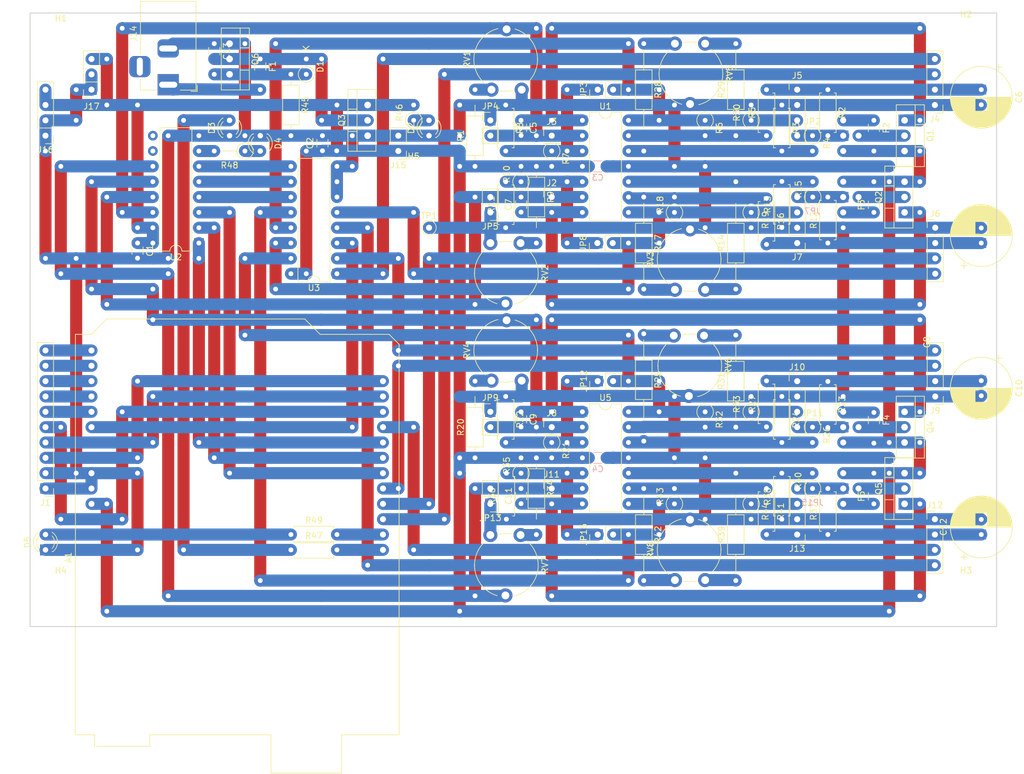
<source format=kicad_pcb>
(kicad_pcb (version 20240108) (generator "pcbnew") (generator_version "8.0")
  (layers (0 "F.Cu" signal) (31 "B.Cu" signal) (34 "B.Paste" user) (35 "F.Paste" user) (36 "B.SilkS" user "B.Silkscreen") (37 "F.SilkS" user "F.Silkscreen") (38 "B.Mask" user) (39 "F.Mask" user) (44 "Edge.Cuts" user))
  (net 0 "")
  (net 1 "GND")
  (net 2 "/ch0/N")
  (net 3 "+5V")
  (net 4 "/ch0/P")
  (net 5 "Net-(R1-Pad2)")
  (net 6 "/PWM0")
  (net 7 "/ch0/CTRL")
  (net 8 "Net-(R28-Pad1)")
  (net 9 "Net-(R29-Pad2)")
  (net 10 "/LED_B")
  (net 11 "Net-(D1-A)")
  (net 12 "/LED_R")
  (net 13 "/A_MUX")
  (net 14 "/RPI_PWM3")
  (net 15 "/RPI_FB0")
  (net 16 "/RPI_FB1")
  (net 17 "/RPI_FB2")
  (net 18 "/RPI_FB3")
  (net 19 "Net-(D1-K)")
  (net 20 "Net-(D2-A)")
  (net 21 "/RPI_PWM0")
  (net 22 "/RPI_PWM1")
  (net 23 "/RPI_PWM2")
  (net 24 "/PWM3")
  (net 25 "/STROBE")
  (net 26 "/DATA")
  (net 27 "/CLK")
  (net 28 "/PWM2")
  (net 29 "/PWM1")
  (net 30 "Net-(D3-A)")
  (net 31 "Net-(D4-A)")
  (net 32 "/LED_Y")
  (net 33 "/~{DIS0}")
  (net 34 "/ch1/CTRL")
  (net 35 "/~{DIS1}")
  (net 36 "/ch1/N")
  (net 37 "/ch2/CTRL")
  (net 38 "/~{DIS2}")
  (net 39 "/ch2/N")
  (net 40 "/ch3/CTRL")
  (net 41 "/~{DIS3}")
  (net 42 "/ch3/N")
  (net 43 "Net-(D5-A)")
  (net 44 "Net-(JP3-A)")
  (net 45 "Net-(F1-Pad2)")
  (net 46 "/MSR_I0")
  (net 47 "/MSR_I1")
  (net 48 "/MSR_I2")
  (net 49 "/MSR_I3")
  (net 51 "/ch0/P_PTC")
  (net 52 "/ch0/P_MOS")
  (net 53 "/ch1/P_PTC")
  (net 54 "/ch1/P")
  (net 55 "/ch1/P_MOS")
  (net 56 "Net-(JP8-A)")
  (net 57 "/ch2/P_PTC")
  (net 58 "/ch2/P")
  (net 59 "/ch2/P_MOS")
  (net 60 "Net-(JP12-A)")
  (net 61 "/ch3/P_PTC")
  (net 62 "/ch3/P")
  (net 63 "/ch3/P_MOS")
  (net 64 "Net-(JP16-A)")
  (net 65 "Net-(R9-Pad2)")
  (net 66 "Net-(R14-Pad1)")
  (net 67 "Net-(R17-Pad2)")
  (net 68 "Net-(R20-Pad2)")
  (net 69 "Net-(R25-Pad1)")
  (net 70 "Net-(R31-Pad2)")
  (net 71 "Net-(R34-Pad2)")
  (net 72 "Net-(R39-Pad1)")
  (net 73 "Net-(R42-Pad2)")
  (net 76 "/SEL2")
  (net 77 "/SEL1")
  (net 78 "/SEL0")
  (net 79 "/FB0")
  (net 80 "/FB2")
  (net 81 "/FB3")
  (net 82 "/FB1")
  (net 83 "/ch0/sub/P_SUB")
  (net 84 "/ch0/sub/N_SUB")
  (net 85 "/ch1/sub/P_SUB")
  (net 86 "/ch1/sub/N_SUB")
  (net 87 "/ch2/sub/P_SUB")
  (net 88 "/ch2/sub/N_SUB")
  (net 89 "/ch3/sub/P_SUB")
  (net 90 "/ch3/sub/N_SUB")
  (footprint "For_Rasterboard:C_Disc_D3.0mm_W1.6mm_P5.00mm" (layer "F.Cu") (at 167.64 104.253 -90)
    (property "Reference" "F4")
    (property "Value" "0.1A Polyfuse")
  )
  (footprint "For_Rasterboard:R_Axial_DIN0207_L6.3mm_D2.5mm_P15.24mm_Horizontal" (layer "F.Cu") (at 144.78 58.42 90)
    (property "Reference" "R29")
    (property "Value" "10k")
  )
  (footprint "For_Rasterboard:R_Axial_DIN0207_L6.3mm_D2.5mm_P12.70mm_Horizontal" (layer "F.Cu") (at 101.6 111.76 90)
    (property "Reference" "R20")
    (property "Value" "1k")
  )
  (footprint "For_Rasterboard:R_Axial_DIN0207_L6.3mm_D2.5mm_P2.54mm_Vertical" (layer "F.Cu") (at 109.22 66.04 90)
    (property "Reference" "R10")
    (property "Value" "10M")
  )
  (footprint "Connector_PinHeader_2.54mm:PinHeader_1x02_P2.54mm_Vertical" (layer "F.Cu") (at 121.92 50.8 90)
    (property "Reference" "JP3")
    (property "Value" "1x2 2.54mm male")
  )
  (footprint "For_Rasterboard:R_Axial_DIN0207_L6.3mm_D2.5mm_P7.62mm_Horizontal" (layer "F.Cu") (at 149.86 58.42 90)
    (property "Reference" "R5")
    (property "Value" "10k")
  )
  (footprint "Connector_PinHeader_2.54mm:PinHeader_1x02_P2.54mm_Vertical" (layer "F.Cu") (at 121.86 76.2 90)
    (property "Reference" "JP8")
    (property "Value" "1x2 2.54mm male")
  )
  (footprint "Connector_PinHeader_2.54mm:PinHeader_1x02_P2.54mm_Vertical" (layer "F.Cu") (at 104.14 119.38 180)
    (property "Reference" "JP13")
    (property "Value" "1x2 2.54mm male")
  )
  (footprint "Connector_PinHeader_2.54mm:PinHeader_1x04_P2.54mm_Vertical" (layer "F.Cu") (at 154.94 76.2 180)
    (property "Reference" "J7")
    (property "Value" "1x4 2.54mm male")
  )
  (footprint "Connector_PinHeader_2.54mm:PinHeader_1x02_P2.54mm_Vertical" (layer "F.Cu") (at 121.92 99.06 90)
    (property "Reference" "JP12")
    (property "Value" "1x2 2.54mm male")
  )
  (footprint "For_Rasterboard:R_Axial_DIN0207_L6.3mm_D2.5mm_P15.24mm_Horizontal" (layer "F.Cu") (at 129.54 116.84 -90)
    (property "Reference" "R42")
    (property "Value" "10k")
  )
  (footprint "Capacitor_THT:CP_Radial_D10.0mm_P2.50mm" (layer "F.Cu") (at 185.42 76.2 90)
    (property "Reference" "C8")
    (property "Value" "470U 10V")
  )
  (footprint "Local:Arduino_UNO_R3_WithMountingHoles_Snapped_to_P2.54mm_Custom_Cutted_Pins" (layer "F.Cu") (at 38.1 129.54 90)
    (property "Reference" "A1")
    (property "Value" "Arduino_UNO_R2")
  )
  (footprint "For_Rasterboard:R_Axial_DIN0207_L6.3mm_D2.5mm_P2.54mm_Vertical" (layer "F.Cu") (at 157.48 58.42 -90)
    (property "Reference" "R4")
    (property "Value" "10k")
  )
  (footprint "Connector_PinHeader_2.54mm:PinHeader_1x02_P2.54mm_Vertical" (layer "F.Cu") (at 88.9 60.96 180)
    (property "Reference" "J15")
    (property "Value" "Conn_01x02")
  )
  (footprint "For_Rasterboard:C_Disc_D3.0mm_W1.6mm_P5.00mm" (layer "F.Cu") (at 58.42 43.18 -90)
    (property "Reference" "C13")
    (property "Value" "100n")
  )
  (footprint "For_Rasterboard:R_Axial_DIN0207_L6.3mm_D2.5mm_P2.54mm_Vertical" (layer "F.Cu") (at 109.22 114.3 90)
    (property "Reference" "R35")
    (property "Value" "10M")
  )
  (footprint "For_Rasterboard:R_Axial_DIN0207_L6.3mm_D2.5mm_P7.62mm_Horizontal" (layer "F.Cu") (at 152.4 73.61 90)
    (property "Reference" "R13")
    (property "Value" "100k")
  )
  (footprint "For_Rasterboard:R_Axial_DIN0207_L6.3mm_D2.5mm_P7.62mm_Horizontal" (layer "F.Cu") (at 106.68 53.34 -90)
    (property "Reference" "R8")
    (property "Value" "100k")
  )
  (footprint "For_Rasterboard:R_Axial_DIN0207_L6.3mm_D2.5mm_P7.62mm_Horizontal" (layer "F.Cu") (at 71.12 124.46)
    (property "Reference" "R49")
    (property "Value" "330")
  )
  (footprint "Connector_PinHeader_2.54mm:PinHeader_1x10_P2.54mm_Vertical" (layer "F.Cu") (at 30.48 116.84 180)
    (property "Reference" "J1")
    (property "Value" "1x10 2.54mm male")
  )
  (footprint "Connector_BarrelJack:BarrelJack_Horizontal" (layer "F.Cu") (at 50.8 49.98 -90)
    (property "Reference" "J14")
    (property "Value" "Barrel_Jack_Switch")
  )
  (footprint "For_Rasterboard:R_Axial_DIN0207_L6.3mm_D2.5mm_P2.54mm_Vertical" (layer "F.Cu") (at 157.48 106.68 -90)
    (property "Reference" "R26")
    (property "Value" "10k")
  )
  (footprint "For_Rasterboard:C_Disc_D3.0mm_W1.6mm_P2.50mm" (layer "F.Cu") (at 109.22 71.08 90)
    (property "Reference" "C7")
    (property "Value" "10n")
  )
  (footprint "For_Rasterboard:C_Disc_D3.0mm_W1.6mm_P5.00mm" (layer "F.Cu") (at 66.04 45.72 -90)
    (property "Reference" "F1")
    (property "Value" "4A Polyfuse")
  )
  (footprint "Package_TO_SOT_THT:TO-220-3_Vertical" (layer "F.Cu") (at 172.72 119.38 90)
    (property "Reference" "Q5")
    (property "Value" "IRF4905")
  )
  (footprint "For_Rasterboard:R_Axial_DIN0207_L6.3mm_D2.5mm_P7.62mm_Horizontal" (layer "F.Cu") (at 106.68 73.66 90)
    (property "Reference" "R11")
    (property "Value" "100k")
  )
  (footprint "For_Rasterboard:R_Axial_DIN0207_L6.3mm_D2.5mm_P15.24mm_Horizontal" (layer "F.Cu") (at 129.54 68.58 -90)
    (property "Reference" "R17")
    (property "Value" "10k")
  )
  (footprint "LED_THT:LED_D3.0mm" (layer "F.Cu") (at 66.04 58.42 -90)
    (property "Reference" "D4")
    (property "Value" "Yellow")
  )
  (footprint "Package_DIP:DIP-16_W7.62mm" (layer "F.Cu") (at 78.74 81.28 180)
    (property "Reference" "U3")
    (property "Value" "CD4051B")
  )
  (footprint "Potentiometer_THT:Potentiometer_Piher_PT-10-V10_Vertical" (layer "F.Cu") (at 104.14 76.2 -90)
    (property "Reference" "RV2")
    (property "Value" "1k")
  )
  (footprint "For_Rasterboard:C_Disc_D3.0mm_W1.6mm_P2.50mm" (layer "F.Cu") (at 76.34 60.92 90)
    (property "Reference" "C2")
    (property "Value" "100n")
  )
  (footprint "LED_THT:LED_D3.0mm" (layer "F.Cu") (at 93.98 58.42 90)
    (property "Reference" "D2")
    (property "Value" "Green")
  )
  (footprint "Connector_PinHeader_2.54mm:PinHeader_1x04_P2.54mm_Vertical" (layer "F.Cu") (at 30.48 58.42 180)
    (property "Reference" "J16")
    (property "Value" "1x4 2.54mm male")
  )
  (footprint "Package_TO_SOT_THT:TO-220-3_Vertical" (layer "F.Cu") (at 172.72 71.12 90)
    (property "Reference" "Q2")
    (property "Value" "IRF4905")
  )
  (footprint "LED_THT:LED_D3.0mm" (layer "F.Cu") (at 30.48 127 90)
    (property "Reference" "D5")
    (property "Value" "Blue")
  )
  (footprint "For_Rasterboard:R_Axial_DIN0207_L6.3mm_D2.5mm_P2.54mm_Vertical" (layer "F.Cu") (at 147.32 55.88 90)
    (property "Reference" "R30")
    (property "Value" "1k")
  )
  (footprint "For_Rasterboard:R_Axial_DIN0207_L6.3mm_D2.5mm_P7.62mm_Horizontal" (layer "F.Cu") (at 152.4 53.34 -90)
    (property "Reference" "R3")
    (property "Value" "100k")
  )
  (footprint "LED_THT:LED_D3.0mm" (layer "F.Cu") (at 60.96 58.42 90)
    (property "Reference" "D3")
    (property "Value" "Red")
  )
  (footprint "For_Rasterboard:R_Axial_DIN0207_L6.3mm_D2.5mm_P17.78mm_Horizontal" (layer "F.Cu") (at 129.54 43.18 -90)
    (property "Reference" "R28")
    (property "Value" "10k")
  )
  (footprint "Potentiometer_THT:Potentiometer_Piher_PT-10-V10_Vertical" (layer "F.Cu") (at 109.33 50.8 90)
    (property "Reference" "RV1")
    (property "Value" "1k")
  )
  (footprint "For_Rasterboard:R_Axial_DIN0207_L6.3mm_D2.5mm_P7.62mm_Horizontal" (layer "F.Cu") (at 149.86 106.63 90)
    (property "Reference" "R27")
    (property "Value" "10k")
  )
  (footprint "Connector_PinSocket_2.54mm:PinSocket_1x03_P2.54mm_Vertical" (layer "F.Cu") (at 38.1 50.8 180)
    (property "Reference" "J17")
    (property "Value" "1x3 2.54mm female")
  )
  (footprint "For_Rasterboard:R_Axial_DIN0207_L6.3mm_D2.5mm_P7.62mm_Horizontal" (layer "F.Cu") (at 160.02 124.46 90)
    (property "Reference" "R37")
    (property "Value" "0.1")
  )
  (footprint "Extra_Common:Jumper4_PinHeader_1x04_P2.54mm_Vertical" (layer "F.Cu") (at 162.56 106.68)
    (property "Reference" "JP11")
    (property "Value" "Jumper_4_Bridged12")
  )
  (footprint "Connector_PinHeader_2.54mm:PinHeader_1x02_P2.54mm_Vertical" (layer "F.Cu") (at 121.92 124.46 90)
    (property "Reference" "JP16")
    (property "Value" "1x2 2.54mm male")
  )
  (footprint "Connector_PinHeader_2.54mm:PinHeader_1x01_P2.54mm_Vertical" (layer "F.Cu") (at 114.3 58.42)
    (property "Reference" "J3")
    (property "Value" "1x1 2.54mm male")
  )
  (footprint "For_Rasterboard:C_Disc_D3.0mm_W1.6mm_P2.50mm" (layer "F.Cu") (at 45.72 76.2 -90)
    (property "Reference" "C1")
    (property "Value" "100n")
  )
  (footprint "For_Rasterboard:C_Disc_D3.0mm_W1.6mm_P5.00mm" (layer "F.Cu") (at 167.64 119.38 90)
    (property "Reference" "F5")
    (property "Value" "0.1A Polyfuse")
  )
  (footprint "For_Rasterboard:R_Axial_DIN0207_L6.3mm_D2.5mm_P17.78mm_Horizontal" (layer "F.Cu") (at 144.78 83.82 90)
    (property "Reference" "R14")
    (property "Value" "10k")
  )
  (footprint "For_Rasterboard:R_Axial_DIN0207_L6.3mm_D2.5mm_P2.54mm_Vertical" (layer "F.Cu") (at 139.7 104.14 -90)
    (property "Reference" "R32")
    (property "Value" "100k")
  )
  (footprint "For_Rasterboard:R_Axial_DIN0207_L6.3mm_D2.5mm_P7.62mm_Horizontal" (layer "F.Cu") (at 160.02 99.11 -90)
    (property "Reference" "R23")
    (property "Value" "0.1")
  )
  (footprint "For_Rasterboard:C_Disc_D3.0mm_W1.6mm_P2.50mm" (layer "F.Cu") (at 109.22 119.34 90)
    (property "Reference" "C11")
    (property "Value" "10n")
  )
  (footprint "For_Rasterboard:R_Axial_DIN0207_L6.3mm_D2.5mm_P2.54mm_Vertical" (layer "F.Cu") (at 147.32 104.14 90)
    (property "Reference" "R33")
    (property "Value" "1k")
  )
  (footprint "For_Rasterboard:R_Axial_DIN0207_L6.3mm_D2.5mm_P7.62mm_Horizontal" (layer "F.Cu") (at 149.86 116.84 -90)
    (property "Reference" "R41")
    (property "Value" "10k")
  )
  (footprint "For_Rasterboard:R_Axial_DIN0207_L6.3mm_D2.5mm_P2.54mm_Vertical" (layer "F.Cu") (at 114.3 109.22 -90)
    (property "Reference" "R21")
    (property "Value" "10M")
  )
  (footprint "For_Rasterboard:R_Axial_DIN0207_L6.3mm_D2.5mm_P10.16mm_Horizontal" (layer "F.Cu") (at 71.12 48.26 -90)
    (property "Reference" "R45")
    (property "Value" "100")
  )
  (footprint "For_Rasterboard:R_Axial_DIN0207_L6.3mm_D2.5mm_P12.70mm_Horizontal" (layer "F.Cu") (at 111.76 111.76 -90)
    (property "Reference" "R34")
    (property "Value" "1k")
  )
  (footprint "Potentiometer_THT:Potentiometer_Piher_PT-10-V10_Vertical" (layer "F.Cu") (at 109.33 98.98 90)
    (property "Reference" "RV4")
    (property "Value" "1k")
  )
  (footprint "For_Rasterboard:R_Axial_DIN0207_L6.3mm_D2.5mm_P15.24mm_Horizontal" (layer "F.Cu") (at 144.78 106.68 90)
    (property "Reference" "R31")
    (property "Value" "10k")
  )
  (footprint "Capacitor_THT:CP_Radial_D10.0mm_P2.50mm" (layer "F.Cu") (at 185.42 98.98 -90)
    (property "Reference" "C10")
    (property "Value" "470U 10V")
  )
  (footprint "Connector_PinHeader_2.54mm:PinHeader_1x04_P2.54mm_Vertical" (layer "F.Cu") (at 177.8 101.6 180)
    (property "Reference" "J9")
    (property "Value" "1x4 2.54mm male")
  )
  (footprint "For_Rasterboard:R_Axial_DIN0207_L6.3mm_D2.5mm_P2.54mm_Vertical" (layer "F.Cu") (at 134.62 119.38 90)
    (property "Reference" "R43")
    (property "Value" "100k")
  )
  (footprint "Package_TO_SOT_THT:TO-220-3_Vertical" (layer "F.Cu") (at 60.96 43.18 -90)
    (property "Reference" "Q6")
    (property "Value" "BT139-600")
  )
  (footprint "Connector_PinHeader_2.54mm:PinHeader_1x01_P2.54mm_Vertical" (layer "F.Cu") (at 114.3 106.68)
    (property "Reference" "J8")
    (property "Value" "1x1 2.54mm male")
  )
  (footprint "Capacitor_THT:CP_Radial_D10.0mm_P2.50mm" (layer "F.Cu") (at 185.42 50.8 -90)
    (property "Reference" "C6")
    (property "Value" "470U 10V")
  )
  (footprint "For_Rasterboard:R_Axial_DIN0207_L6.3mm_D2.5mm_P12.70mm_Horizontal" (layer "F.Cu") (at 101.6 63.5 90)
    (property "Reference" "R1")
    (property "Value" "1k")
  )
  (footprint "For_Rasterboard:C_Disc_D3.0mm_W1.6mm_P2.50mm" (layer "F.Cu") (at 109.22 55.88 -90)
    (property "Reference" "C5")
    (property "Value" "10n")
  )
  (footprint "MountingHole:MountingHole_3.2mm_M3" (layer "F.Cu") (at 182.88 42.52)
    (property "Reference" "H2")
    (property "Value" "M3 hole")
  )
  (footprint "Connector_PinHeader_2.54mm:PinHeader_1x01_P2.54mm_Vertical" (layer "F.Cu") (at 114.3 116.84)
    (property "Reference" "J11")
    (property "Value" "1x1 2.54mm male")
  )
  (footprint "Potentiometer_THT:Potentiometer_Piher_PT-10-V10_Vertical" (layer "F.Cu") (at 104.14 124.54 -90)
    (property "Reference" "RV7")
    (property "Value" "1k")
  )
  (footprint "Package_TO_SOT_THT:TO-220-3_Vertical" (layer "F.Cu") (at 83.82 58.42 90)
    (property "Reference" "Q3")
    (property "Value" "IRF4905")
  )
  (footprint "Connector_PinHeader_2.54mm:PinHeader_1x02_P2.54mm_Vertical" (layer "F.Cu") (at 104.14 55.88)
    (property "Reference" "JP4")
    (property "Value" "1x2 2.54mm male")
  )
  (footprint "For_Rasterboard:R_Axial_DIN0207_L6.3mm_D2.5mm_P17.78mm_Horizontal" (layer "F.Cu") (at 129.54 91.21 -90)
    (property "Reference" "R25")
    (property "Value" "10k")
  )
  (footprint "Connector_PinHeader_2.54mm:PinHeader_1x04_P2.54mm_Vertical" (layer "F.Cu") (at 177.74 121.92)
    (property "Reference" "J12")
    (property "Value" "1x4 2.54mm male")
  )
  (footprint "Connector_PinHeader_2.54mm:PinHeader_1x04_P2.54mm_Vertical" (layer "F.Cu") (at 154.94 50.8)
    (property "Reference" "J5")
    (property "Value" "1x4 2.54mm male")
  )
  (footprint "For_Rasterboard:R_Axial_DIN0207_L6.3mm_D2.5mm_P5.08mm_Vertical" (layer "F.Cu") (at 63.5 60.96 180)
    (property "Reference" "R48")
    (property "Value" "330")
  )
  (footprint "MountingHole:MountingHole_3.2mm_M3" (layer "F.Cu") (at 33.02 134.62)
    (property "Reference" "H4")
    (property "Value" "M3 hole")
  )
  (footprint "Potentiometer_THT:Potentiometer_Piher_PT-10-V10_Vertical" (layer "F.Cu") (at 134.51 91.52 -90)
    (property "Reference" "RV6")
    (property "Value" "1k")
  )
  (footprint "For_Rasterboard:R_Axial_DIN0207_L6.3mm_D2.5mm_P2.54mm_Vertical" (layer "F.Cu") (at 114.3 60.96 -90)
    (property "Reference" "R7")
    (property "Value" "10M")
  )
  (footprint "MountingHole:MountingHole_3.2mm_M3" (layer "F.Cu") (at 182.88 134.62)
    (property "Reference" "H3")
    (property "Value" "M3 hole")
  )
  (footprint "Connector_PinHeader_2.54mm:PinHeader_1x02_P2.54mm_Vertical" (layer "F.Cu") (at 104.14 71.12 180)
    (property "Reference" "JP5")
    (property "Value" "1x2 2.54mm male")
  )
  (footprint "Connector_PinHeader_2.54mm:PinHeader_1x04_P2.54mm_Vertical" (layer "F.Cu") (at 154.94 124.46 180)
    (property "Reference" "J13")
    (property "Value" "1x4 2.54mm male")
  )
  (footprint "For_Rasterboard:C_Disc_D3.0mm_W1.6mm_P5.00mm" (layer "F.Cu") (at 167.64 55.88 -90)
    (property "Reference" "F2")
    (property "Value" "0.1A Polyfuse")
  )
  (footprint "Connector_PinHeader_2.54mm:PinHeader_1x04_P2.54mm_Vertical" (layer "F.Cu") (at 154.94 99.06)
    (property "Reference" "J10")
    (property "Value" "1x4 2.54mm male")
  )
  (footprint "Connector_PinHeader_2.54mm:PinHeader_1x04_P2.54mm_Vertical" (layer "F.Cu") (at 177.8 73.66)
    (property "Reference" "J6")
    (property "Value" "1x4 2.54mm male")
  )
  (footprint "MountingHole:MountingHole_3.2mm_M3" (layer "F.Cu") (at 33.02 43.18)
    (property "Reference" "H1")
    (property "Value" "M3 hole")
  )
  (footprint "Potentiometer_THT:Potentiometer_Piher_PT-10-V10_Vertical" (layer "F.Cu") (at 139.7 132 90)
    (property "Reference" "RV8")
    (property "Value" "1k")
  )
  (footprint "For_Rasterboard:R_Axial_DIN0207_L6.3mm_D2.5mm_P2.54mm_Vertical" (layer "F.Cu") (at 147.32 119.38 -90)
    (property "Reference" "R44")
    (property "Value" "1k")
  )
  (footprint "For_Rasterboard:D_DO-35_SOD27_P2.54mm_Vertical_KathodeUp" (layer "F.Cu") (at 73.66 45.72 -90)
    (property "Reference" "D1")
    (property "Value" "BZX55C-5V1")
  )
  (footprint "Connector_PinHeader_2.54mm:PinHeader_1x02_P2.54mm_Vertical" (layer "F.Cu") (at 104.14 104.14)
    (property "Reference" "JP9")
    (property "Value" "1x2 2.54mm male")
  )
  (footprint "For_Rasterboard:R_Axial_DIN0207_L6.3mm_D2.5mm_P12.70mm_Horizontal" (layer "F.Cu") (at 111.76 63.5 -90)
    (property "Reference" "R9")
    (property "Value" "1k")
  )
  (footprint "Package_TO_SOT_THT:TO-220-3_Vertical" (layer "F.Cu") (at 172.72 104.14 -90)
    (property "Reference" "Q4")
    (property "Value" "IRF4905")
  )
  (footprint "For_Rasterboard:R_Axial_DIN0207_L6.3mm_D2.5mm_P2.54mm_Vertical" (layer "F.Cu") (at 147.32 71.12 -90)
    (property "Reference" "R19")
    (property "Value" "1k")
  )
  (footprint "Connector_PinHeader_2.54mm:PinHeader_1x04_P2.54mm_Vertical" (layer "F.Cu") (at 177.74 53.34 180)
    (property "Reference" "J4")
    (property "Value" "1x4 2.54mm male")
  )
  (footprint "Extra_Common:Jumper4_PinHeader_1x04_P2.54mm_Vertical" (layer "F.Cu") (at 162.56 58.42)
    (property "Reference" "JP2")
    (property "Value" "Jumper_4_Bridged12")
  )
  (footprint "For_Rasterboard:R_Axial_DIN0207_L6.3mm_D2.5mm_P7.62mm_Horizontal" (layer "F.Cu") (at 152.4 121.92 90)
    (property "Reference" "R38")
    (property "Value" "100k")
  )
  (footprint "For_Rasterboard:R_Axial_DIN0207_L6.3mm_D2.5mm_P7.62mm_Horizontal" (layer "F.Cu") (at 160.02 76.2 90)
    (property "Reference" "R12")
    (property "Value" "0.1")
  )
  (footprint "For_Rasterboard:R_Axial_DIN0207_L6.3mm_D2.5mm_P7.62mm_Horizontal" (layer "F.Cu") (at 160.02 50.8 -90)
    (property "Reference" "R2")
    (property "Value" "0.1")
  )
  (footprint "Potentiometer_THT:Potentiometer_Piher_PT-10-V10_Vertical" (layer "F.Cu") (at 134.7 43.18 -90)
    (property "Reference" "RV5")
    (property "Value" "1k")
  )
  (footprint "For_Rasterboard:C_Disc_D3.0mm_W1.6mm_P5.00mm" (layer "F.Cu") (at 167.64 71.12 90)
    (property "Reference" "F3")
    (property "Value" "0.1A Polyfuse")
  )
  (footprint "For_Rasterboard:C_Disc_D3.0mm_W1.6mm_P2.50mm" (layer "F.Cu") (at 109.22 104.14 -90)
    (property "Reference" "C9")
    (property "Value" "10n")
  )
  (footprint "For_Rasterboard:R_Axial_DIN0207_L6.3mm_D2.5mm_P7.62mm_Horizontal" (layer "F.Cu") (at 71.12 127)
    (property "Reference" "R47")
    (property "Value" "330")
  )
  (footprint "Connector_PinHeader_2.54mm:PinHeader_1x01_P2.54mm_Vertical" (layer "F.Cu") (at 114.3 68.58)
    (property "Reference" "J2")
    (property "Value" "1x1 2.54mm male")
  )
  (footprint "Package_TO_SOT_THT:TO-220-3_Vertical" (layer "F.Cu") (at 172.72 55.88 -90)
    (property "Reference" "Q1")
    (property "Value" "IRF4905")
  )
  (footprint "TestPoint:TestPoint_THTPad_D2.0mm_Drill1.0mm" (layer "F.Cu") (at 93.98 73.66)
    (property "Reference" "TP1")
    (property "Value" "Black Large")
  )
  (footprint "Package_DIP:DIP-14_W7.62mm" (layer "F.Cu") (at 119.38 55.88)
    (property "Reference" "U1")
    (property "Value" "LM324")
  )
  (footprint "For_Rasterboard:R_Axial_DIN0207_L6.3mm_D2.5mm_P2.54mm_Vertical" (layer "F.Cu") (at 157.48 116.84 90)
    (property "Reference" "R40")
    (property "Value" "10k")
  )
  (footprint "For_Rasterboard:R_Axial_DIN0207_L6.3mm_D2.5mm_P7.62mm_Horizontal" (layer "F.Cu") (at 149.86 68.8 -90)
    (property "Reference" "R16")
    (property "Value" "10k")
  )
  (footprint "For_Rasterboard:R_Axial_DIN0207_L6.3mm_D2.5mm_P7.62mm_Horizontal" (layer "F.Cu") (at 106.79 121.92 90)
    (property "Reference" "R36")
    (property "Value" "100k")
  )
  (footprint "For_Rasterboard:R_Axial_DIN0207_L6.3mm_D2.5mm_P2.54mm_Vertical" (layer "F.Cu") (at 134.62 71.12 90)
    (property "Reference" "R18")
    (property "Value" "100k")
  )
  (footprint "For_Rasterboard:R_Axial_DIN0207_L6.3mm_D2.5mm_P2.54mm_Vertical" (layer "F.Cu") (at 139.7 55.88 -90)
    (property "Reference" "R6")
    (property "Value" "100k")
  )
  (footprint "MountingHole:MountingHole_3.2mm_M3" (layer "F.Cu") (at 91.44 66.04)
    (property "Reference" "H5")
    (property "Value" "M3 hole")
  )
  (footprint "Capacitor_THT:CP_Radial_D10.0mm_P2.50mm" (layer "F.Cu") (at 185.42 124.46 90)
    (property "Reference" "C12")
    (property "Value" "470U 10V")
  )
  (footprint "For_Rasterboard:R_Axial_DIN0207_L6.3mm_D2.5mm_P7.62mm_Horizontal" (layer "F.Cu") (at 106.68 101.6 -90)
    (property "Reference" "R22")
    (property "Value" "100k")
  )
  (footprint "Package_DIP:DIP-16_W7.62mm" (layer "F.Cu") (at 55.88 76.2 180)
    (property "Reference" "U2")
    (property "Value" "CD4094")
  )
  (footprint "Potentiometer_THT:Potentiometer_Piher_PT-10-V10_Vertical" (layer "F.Cu") (at 139.7 83.93 90)
    (property "Reference" "RV3")
    (property "Value" "1k")
  )
  (footprint "For_Rasterboard:R_Axial_DIN0207_L6.3mm_D2.5mm_P17.78mm_Horizontal" (layer "F.Cu") (at 144.78 132.08 90)
    (property "Reference" "R39")
    (property "Value" "10k")
  )
  (footprint "Package_DIP:DIP-14_W7.62mm" (layer "F.Cu") (at 119.38 104.135)
    (property "Reference" "U5")
    (property "Value" "LM324")
  )
  (footprint "For_Rasterboard:R_Axial_DIN0207_L6.3mm_D2.5mm_P2.54mm_Vertical" (layer "F.Cu") (at 157.52 68.58 90)
    (property "Reference" "R15")
    (property "Value" "10k")
  )
  (footprint "For_Rasterboard:R_Axial_DIN0207_L6.3mm_D2.5mm_P7.62mm_Horizontal" (layer "F.Cu") (at 152.4 101.6 -90)
    (property "Reference" "R24")
    (property "Value" "100k")
  )
  (footprint "For_Rasterboard:R_Axial_DIN0207_L6.3mm_D2.5mm_P2.54mm_Vertical" (layer "F.Cu") (at 91.44 55.88 90)
    (property "Reference" "R46")
    (property "Value" "330")
  )
  (footprint "Extra_Common:Jumper4_PinHeader_1x04_P2.54mm_Vertical" (layer "B.Cu") (at 162.56 68.58)
    (property "Reference" "JP7")
    (property "Value" "Jumper_4_Bridged12")
  )
  (footprint "Capacitor_SMD:C_1206_3216Metric" (layer "B.Cu") (at 121.92 111.76)
    (property "Reference" "C4")
    (property "Value" "100n")
  )
  (footprint "Capacitor_SMD:C_1206_3216Metric" (layer "B.Cu") (at 121.92 63.505)
    (property "Reference" "C3")
    (property "Value" "100n")
  )
  (footprint "Extra_Common:Jumper4_PinHeader_1x04_P2.54mm_Vertical" (layer "B.Cu") (at 162.56 116.84)
    (property "Reference" "JP15")
    (property "Value" "Jumper_4_Bridged12")
  )
  (gr_rect (start 27.94 38.1) (end 187.96 139.7) (stroke (width 0.15)) (fill none) (layer "Edge.Cuts"))
  (segment (start 45.72 127) (end 45.72 114.3) (width 2) (layer "F.Cu") (net 1))
  (segment (start 134.62 101.6) (end 134.62 111.76) (width 2) (layer "F.Cu") (net 1))
  (segment (start 162.56 73.66) (end 162.56 101.6) (width 2) (layer "F.Cu") (net 1))
  (segment (start 139.7 111.76) (end 139.7 121.92) (width 2) (layer "F.Cu") (net 1))
  (segment (start 99.06 58.42) (end 99.06 53.34) (width 2) (layer "F.Cu") (net 1))
  (segment (start 139.7 63.5) (end 139.7 73.66) (width 2) (layer "F.Cu") (net 1))
  (segment (start 35.56 50.8) (end 35.56 55.88) (width 2) (layer "F.Cu") (net 1))
  (segment (start 30.48 60.96) (end 30.48 78.74) (width 2) (layer "F.Cu") (net 1))
  (segment (start 81.28 58.42) (end 81.28 63.5) (width 2) (layer "F.Cu") (net 1))
  (segment (start 35.56 78.74) (end 35.56 114.3) (width 2) (layer "F.Cu") (net 1))
  (segment (start 50.8 58.42) (end 50.8 78.74) (width 2) (layer "F.Cu") (net 1))
  (segment (start 134.62 53.34) (end 134.62 63.5) (width 2) (layer "F.Cu") (net 1))
  (segment (start 63.5 43.18) (end 63.5 58.42) (width 2) (layer "F.Cu") (net 1))
  (via (at 99.06 58.42) (size 2) (drill 0.8) (layers "F.Cu" "B.Cu") (net 1))
  (via (at 35.56 78.74) (size 2) (drill 0.8) (layers "F.Cu" "B.Cu") (net 1))
  (via (at 35.56 114.3) (size 2) (drill 0.8) (layers "F.Cu" "B.Cu") (net 1))
  (via (at 30.48 60.96) (size 2) (drill 0.8) (layers "F.Cu" "B.Cu") (net 1))
  (via (at 139.7 73.66) (size 2) (drill 0.8) (layers "F.Cu" "B.Cu") (net 1))
  (via (at 162.56 73.66) (size 2) (drill 0.8) (layers "F.Cu" "B.Cu") (net 1))
  (via (at 162.56 101.6) (size 2) (drill 0.8) (layers "F.Cu" "B.Cu") (net 1))
  (via (at 45.72 114.3) (size 2) (drill 0.8) (layers "F.Cu" "B.Cu") (net 1))
  (via (at 81.28 63.5) (size 2) (drill 0.8) (layers "F.Cu" "B.Cu") (net 1))
  (via (at 139.7 121.92) (size 2) (drill 0.8) (layers "F.Cu" "B.Cu") (net 1))
  (via (at 50.8 78.74) (size 2) (drill 0.8) (layers "F.Cu" "B.Cu") (net 1))
  (via (at 35.56 50.8) (size 2) (drill 0.8) (layers "F.Cu" "B.Cu") (net 1))
  (via (at 63.5 58.42) (size 2) (drill 0.8) (layers "F.Cu" "B.Cu") (net 1))
  (via (at 30.48 78.74) (size 2) (drill 0.8) (layers "F.Cu" "B.Cu") (net 1))
  (via (at 134.62 101.6) (size 2) (drill 0.8) (layers "F.Cu" "B.Cu") (net 1))
  (via (at 99.06 53.34) (size 2) (drill 0.8) (layers "F.Cu" "B.Cu") (net 1))
  (via (at 134.62 53.34) (size 2) (drill 0.8) (layers "F.Cu" "B.Cu") (net 1))
  (via (at 45.72 127) (size 2) (drill 0.8) (layers "F.Cu" "B.Cu") (net 1))
  (via (at 35.56 55.88) (size 2) (drill 0.8) (layers "F.Cu" "B.Cu") (net 1))
  (via (at 134.62 63.5) (size 2) (drill 0.8) (layers "F.Cu" "B.Cu") (net 1))
  (via (at 139.7 63.5) (size 2) (drill 0.8) (layers "F.Cu" "B.Cu") (net 1))
  (via (at 81.28 58.42) (size 2) (drill 0.8) (layers "F.Cu" "B.Cu") (net 1))
  (via (at 63.5 43.18) (size 2) (drill 0.8) (layers "F.Cu" "B.Cu") (net 1))
  (via (at 50.8 58.42) (size 2) (drill 0.8) (layers "F.Cu" "B.Cu") (net 1))
  (via (at 134.62 111.76) (size 2) (drill 0.8) (layers "F.Cu" "B.Cu") (net 1))
  (via (at 139.7 111.76) (size 2) (drill 0.8) (layers "F.Cu" "B.Cu") (net 1))
  (segment (start 127 63.5) (end 124.46 63.5) (width 2) (layer "B.Cu") (net 1))
  (segment (start 99.06 101.64) (end 104.1 101.64) (width 2) (layer "B.Cu") (net 1))
  (segment (start 30.48 58.42) (end 30.48 60.96) (width 2) (layer "B.Cu") (net 1))
  (segment (start 55.88 58.42) (end 63.5 58.42) (width 2) (layer "B.Cu") (net 1))
  (segment (start 76.34 58.42) (end 78.74 58.42) (width 2) (layer "B.Cu") (net 1))
  (segment (start 30.48 127) (end 45.72 127) (width 2) (layer "B.Cu") (net 1))
  (segment (start 104.14 73.66) (end 93.98 73.66) (width 2) (layer "B.Cu") (net 1))
  (segment (start 63.5 43.18) (end 51.6 43.18) (width 2) (layer "B.Cu") (net 1))
  (segment (start 177.8 101.6) (end 185.3 101.6) (width 2) (layer "B.Cu") (net 1))
  (segment (start 38.1 116.84) (end 38.1 114.3) (width 2) (layer "B.Cu") (net 1))
  (segment (start 104.14 121.92) (end 104.14 119.38) (width 2) (layer "B.Cu") (net 1))
  (segment (start 170.175 111.755) (end 170.18 111.76) (width 2) (layer "B.Cu") (net 1))
  (segment (start 104.1 53.38) (end 104.14 53.34) (width 2) (layer "B.Cu") (net 1))
  (segment (start 81.28 63.5) (end 78.74 63.5) (width 2) (layer "B.Cu") (net 1))
  (segment (start 38.1 50.8) (end 35.56 50.8) (width 2) (layer "B.Cu") (net 1))
  (segment (start 30.48 116.84) (end 38.1 116.84) (width 2) (layer "B.Cu") (net 1))
  (segment (start 124.46 63.5) (end 123.4 63.5) (width 2) (layer "B.Cu") (net 1))
  (segment (start 104.14 71.12) (end 104.14 73.66) (width 2) (layer "B.Cu") (net 1))
  (segment (start 127 63.5) (end 170.18 63.5) (width 2) (layer "B.Cu") (net 1))
  (segment (start 48.26 78.74) (end 50.8 78.74) (width 2) (layer "B.Cu") (net 1))
  (segment (start 63.5 58.42) (end 76.2 58.42) (width 2) (layer "B.Cu") (net 1))
  (segment (start 177.74 121.92) (end 104.14 121.92) (width 2) (layer "B.Cu") (net 1))
  (segment (start 78.74 68.58) (end 78.74 63.5) (width 2) (layer "B.Cu") (net 1))
  (segment (start 177.74 121.92) (end 185.38 121.92) (width 2) (layer "B.Cu") (net 1))
  (segment (start 137.09 101.6) (end 137.01 101.52) (width 2) (layer "B.Cu") (net 1))
  (segment (start 45.72 114.3) (end 38.1 114.3) (width 2) (layer "B.Cu") (net 1))
  (segment (start 185.36 53.34) (end 106.68 53.34) (width 2) (layer "B.Cu") (net 1))
  (segment (start 177.8 73.66) (end 106.68 73.66) (width 2) (layer "B.Cu") (net 1))
  (segment (start 109.3 101.52) (end 109.22 101.6) (width 2) (layer "B.Cu") (net 1))
  (segment (start 106.68 101.6) (end 104.14 101.6) (width 2) (layer "B.Cu") (net 1))
  (segment (start 127 111.755) (end 170.175 111.755) (width 2) (layer "B.Cu") (net 1))
  (segment (start 51.6 43.18) (end 50.8 43.98) (width 2) (layer "B.Cu") (net 1))
  (segment (start 109.33 101.49) (end 109.3 101.52) (width 2) (layer "B.Cu") (net 1))
  (segment (start 30.48 114.3) (end 35.56 114.3) (width 2) (layer "B.Cu") (net 1))
  (segment (start 104.14 53.34) (end 104.14 55.88) (width 2) (layer "B.Cu") (net 1))
  (segment (start 185.3 101.6) (end 185.42 101.48) (width 2) (layer "B.Cu") (net 1))
  (segment (start 185.38 73.66) (end 185.42 73.7) (width 2) (layer "B.Cu") (net 1))
  (segment (start 48.26 78.74) (end 35.56 78.74) (width 2) (layer "B.Cu") (net 1))
  (segment (start 104.14 76.2) (end 104.14 73.66) (width 2) (layer "B.Cu") (net 1))
  (segment (start 30.48 78.74) (end 35.56 78.74) (width 2) (layer "B.Cu") (net 1))
  (segment (start 109.22 101.6) (end 106.68 101.6) (width 2) (layer "B.Cu") (net 1))
  (segment (start 109.33 53.23) (end 109.22 53.34) (width 2) (layer "B.Cu") (net 1))
  (segment (start 109.33 50.8) (end 109.33 53.23) (width 2) (layer "B.Cu") (net 1))
  (segment (start 78.74 58.42) (end 81.28 58.42) (width 2) (layer "B.Cu") (net 1))
  (segment (start 104.14 119.38) (end 104.14 124.54) (width 2) (layer "B.Cu") (net 1))
  (segment (start 35.56 55.88) (end 30.48 55.88) (width 2) (layer "B.Cu") (net 1))
  (segment (start 123.4 63.5) (end 123.395 63.505) (width 2) (layer "B.Cu") (net 1))
  (segment (start 104.14 101.6) (end 104.14 104.14) (width 2) (layer "B.Cu") (net 1))
  (segment (start 123.395 111.76) (end 124.46 111.76) (width 2) (layer "B.Cu") (net 1))
  (segment (start 99.06 53.38) (end 104.1 53.38) (width 2) (layer "B.Cu") (net 1))
  (segment (start 55.88 58.42) (end 50.8 58.42) (width 2) (layer "B.Cu") (net 1))
  (segment (start 38.1 48.26) (end 38.1 50.8) (width 2) (layer "B.Cu") (net 1))
  (segment (start 35.56 114.3) (end 38.1 114.3) (width 2) (layer "B.Cu") (net 1))
  (segment (start 81.28 58.42) (end 99.06 58.42) (width 2) (layer "B.Cu") (net 1))
  (segment (start 185.38 121.92) (end 185.42 121.96) (width 2) (layer "B.Cu") (net 1))
  (segment (start 109.33 98.98) (end 109.33 101.49) (width 2) (layer "B.Cu") (net 1))
  (segment (start 127 111.755) (end 124.465 111.755) (width 2) (layer "B.Cu") (net 1))
  (segment (start 162.56 101.6) (end 137.09 101.6) (width 2) (layer "B.Cu") (net 1))
  (segment (start 30.48 55.88) (end 30.48 58.42) (width 2) (layer "B.Cu") (net 1))
  (segment (start 177.8 101.6) (end 162.56 101.6) (width 2) (layer "B.Cu") (net 1))
  (segment (start 104.1 101.64) (end 104.14 101.6) (width 2) (layer "B.Cu") (net 1))
  (segment (start 106.68 53.34) (end 104.14 53.34) (width 2) (layer "B.Cu") (net 1))
  (segment (start 137.01 101.52) (end 109.3 101.52) (width 2) (layer "B.Cu") (net 1))
  (segment (start 177.8 73.66) (end 185.38 73.66) (width 2) (layer "B.Cu") (net 1))
  (segment (start 124.465 111.755) (end 124.46 111.76) (width 2) (layer "B.Cu") (net 1))
  (segment (start 104.14 73.66) (end 106.68 73.66) (width 2) (layer "B.Cu") (net 1))
  (segment (start 160.02 50.8) (end 149.86 50.8) (width 2) (layer "B.Cu") (net 2))
  (segment (start 160.05 50.8) (end 185.39 50.8) (width 2) (layer "B.Cu") (net 2))
  (segment (start 170.18 114.3) (end 170.18 137.16) (width 2) (layer "F.Cu") (net 3))
  (segment (start 175.26 114.3) (end 175.26 109.22) (width 2) (layer "F.Cu") (net 3))
  (segment (start 73.66 81.28) (end 73.66 60.96) (width 2) (layer "F.Cu") (net 3))
  (segment (start 40.64 137.16) (end 40.64 119.38) (width 2) (layer "F.Cu") (net 3))
  (segment (start 40.64 45.72) (end 40.64 53.34) (width 2) (layer "F.Cu") (net 3))
  (segment (start 78.74 53.34) (end 78.74 60.88) (width 2) (layer "F.Cu") (net 3))
  (segment (start 175.26 66.04) (end 175.26 60.96) (width 2) (layer "F.Cu") (net 3))
  (segment (start 78.74 60.88) (end 78.7 60.92) (width 2) (layer "F.Cu") (net 3))
  (segment (start 45.72 73.66) (end 45.72 53.34) (width 2) (layer "F.Cu") (net 3))
  (segment (start 170.18 109.22) (end 170.18 66.04) (width 2) (layer "F.Cu") (net 3))
  (segment (start 99.06 63.5) (end 99.06 111.76) (width 2) (layer "F.Cu") (net 3))
  (segment (start 99.06 114.3) (end 99.06 137.16) (width 2) (layer "F.Cu") (net 3))
  (via (at 40.64 119.38) (size 2) (drill 0.8) (layers "F.Cu" "B.Cu") (net 3))
  (via (at 99.06 63.5) (size 2) (drill 0.8) (layers "F.Cu" "B.Cu") (net 3))
  (via (at 170.18 109.22) (size 2) (drill 0.8) (layers "F.Cu" "B.Cu") (net 3))
  (via (at 99.06 111.76) (size 2) (drill 0.8) (layers "F.Cu" "B.Cu") (net 3))
  (via (at 175.26 109.22) (size 2) (drill 0.8) (layers "F.Cu" "B.Cu") (net 3))
  (via (at 175.26 66.04) (size 2) (drill 0.8) (layers "F.Cu" "B.Cu") (net 3))
  (via (at 40.64 137.16) (size 2) (drill 0.8) (layers "F.Cu" "B.Cu") (net 3))
  (via (at 45.72 73.66) (size 2) (drill 0.8) (layers "F.Cu" "B.Cu") (net 3))
  (via (at 170.18 114.3) (size 2) (drill 0.8) (layers "F.Cu" "B.Cu") (net 3))
  (via (at 78.7 60.92) (size 2) (drill 0.8) (layers "F.Cu" "B.Cu") (net 3))
  (via (at 175.26 114.3) (size 2) (drill 0.8) (layers "F.Cu" "B.Cu") (net 3))
  (via (at 40.64 53.34) (size 2) (drill 0.8) (layers "F.Cu" "B.Cu") (net 3))
  (via (at 99.06 137.16) (size 2) (drill 0.8) (layers "F.Cu" "B.Cu") (net 3))
  (via (at 73.66 60.96) (size 2) (drill 0.8) (layers "F.Cu" "B.Cu") (net 3))
  (via (at 40.64 45.72) (size 2) (drill 0.8) (layers "F.Cu" "B.Cu") (net 3))
  (via (at 170.18 137.16) (size 2) (drill 0.8) (layers "F.Cu" "B.Cu") (net 3))
  (via (at 73.66 81.28) (size 2) (drill 0.8) (layers "F.Cu" "B.Cu") (net 3))
  (via (at 78.74 53.34) (size 2) (drill 0.8) (layers "F.Cu" "B.Cu") (net 3))
  (via (at 99.06 114.3) (size 2) (drill 0.8) (layers "F.Cu" "B.Cu") (net 3))
  (via (at 175.26 60.96) (size 2) (drill 0.8) (layers "F.Cu" "B.Cu") (net 3))
  (via (at 170.18 66.04) (size 2) (drill 0.8) (layers "F.Cu" "B.Cu") (net 3))
  (via (at 45.72 53.34) (size 2) (drill 0.8) (layers "F.Cu" "B.Cu") (net 3))
  (segment (start 120.44 63.5) (end 120.445 63.505) (width 2) (layer "B.Cu") (net 3))
  (segment (start 76.2 60.96) (end 73.66 60.96) (width 2) (layer "B.Cu") (net 3))
  (segment (start 172.72 114.3) (end 162.56 114.3) (width 2) (layer "B.Cu") (net 3))
  (segment (start 30.48 53.34) (end 30.48 50.8) (width 2) (layer "B.Cu") (net 3))
  (segment (start 45.72 76.2) (end 48.26 76.2) (width 2) (layer "B.Cu") (net 3))
  (segment (start 99.06 137.16) (end 40.64 137.16) (width 2) (layer "B.Cu") (net 3))
  (segment (start 40.64 53.34) (end 30.48 53.34) (width 2) (layer "B.Cu") (net 3))
  (segment (start 45.72 53.34) (end 78.74 53.34) (width 2) (layer "B.Cu") (net 3))
  (segment (start 162.56 60.96) (end 172.72 60.96) (width 2) (layer "B.Cu") (net 3))
  (segment (start 38.1 119.38) (end 40.64 119.38) (width 2) (layer "B.Cu") (net 3))
  (segment (start 38.1 45.72) (end 40.64 45.72) (width 2) (layer "B.Cu") (net 3))
  (segment (start 119.38 111.755) (end 101.6 111.76) (width 2) (layer "B.Cu") (net 3))
  (segment (start 172.72 66.04) (end 175.26 66.04) (width 2) (layer "B.Cu") (net 3))
  (segment (start 101.6 63.5) (end 119.38 63.5) (width 2) (layer "B.Cu") (net 3))
  (segment (start 91.44 53.34) (end 83.82 53.34) (width 2) (layer "B.Cu") (net 3))
  (segment (start 101.6 63.5) (end 99.06 63.5) (width 2) (layer "B.Cu") (net 3))
  (segment (start 45.72 53.34) (end 40.64 53.34) (width 2) (layer "B.Cu") (net 3))
  (segment (start 99.06 111.76) (end 101.6 111.76) (width 2) (layer "B.Cu") (net 3))
  (segment (start 119.385 111.76) (end 119.38 111.755) (width 2) (layer "B.Cu") (net 3))
  (segment (start 119.38 63.5) (end 120.44 63.5) (width 2) (layer "B.Cu") (net 3))
  (segment (start 78.74 53.34) (end 83.82 53.34) (width 2) (layer "B.Cu") (net 3))
  (segment (start 78.7 60.92) (end 99.02 60.92) (width 2) (layer "B.Cu") (net 3))
  (segment (start 162.56 66.04) (end 170.18 66.04) (width 2) (layer "B.Cu") (net 3))
  (segment (start 48.26 73.66) (end 45.72 73.66) (width 2) (layer "B.Cu") (net 3))
  (segment (start 99.02 60.92) (end 99.06 60.96) (width 2) (layer "B.Cu") (net 3))
  (segment (start 172.72 109.22) (end 162.56 109.22) (width 2) (layer "B.Cu") (net 3))
  (segment (start 99.06 111.76) (end 99.06 114.3) (width 2) (layer "B.Cu") (net 3))
  (segment (start 170.18 137.16) (end 99.06 137.16) (width 2) (layer "B.Cu") (net 3))
  (segment (start 175.26 109.22) (end 172.72 109.22) (width 2) (layer "B.Cu") (net 3))
  (segment (start 172.72 114.3) (end 175.26 114.3) (width 2) (layer "B.Cu") (net 3))
  (segment (start 170.18 66.04) (end 172.72 66.04) (width 2) (layer "B.Cu") (net 3))
  (segment (start 71.12 81.28) (end 73.66 81.28) (width 2) (layer "B.Cu") (net 3))
  (segment (start 48.26 76.2) (end 48.26 73.66) (width 2) (layer "B.Cu") (net 3))
  (segment (start 99.06 60.96) (end 99.06 63.5) (width 2) (layer "B.Cu") (net 3))
  (segment (start 175.26 60.96) (end 172.72 60.96) (width 2) (layer "B.Cu") (net 3))
  (segment (start 76.34 60.92) (end 78.7 60.92) (width 2) (layer "B.Cu") (net 3))
  (segment (start 120.445 111.76) (end 119.385 111.76) (width 2) (layer "B.Cu") (net 3))
  (segment (start 162.56 58.42) (end 154.94 58.42) (width 2) (layer "B.Cu") (net 4))
  (segment (start 104.33 50.8) (end 101.6 50.8) (width 2) (layer "B.Cu") (net 5))
  (segment (start 96.52 121.92) (end 96.52 48.26) (width 2) (layer "F.Cu") (net 6))
  (via (at 96.52 48.26) (size 2) (drill 0.8) (layers "F.Cu" "B.Cu") (net 6))
  (via (at 96.52 121.92) (size 2) (drill 0.8) (layers "F.Cu" "B.Cu") (net 6))
  (segment (start 129.54 48.26) (end 96.52 48.26) (width 2) (layer "B.Cu") (net 6))
  (segment (start 177.74 48.26) (end 129.54 48.26) (width 2) (layer "B.Cu") (net 6))
  (segment (start 86.36 121.92) (end 96.52 121.92) (width 2) (layer "B.Cu") (net 6))
  (segment (start 175.26 55.88) (end 175.26 40.64) (width 2) (layer "F.Cu") (net 7))
  (segment (start 114.3 55.88) (end 114.3 40.64) (width 2) (layer "F.Cu") (net 7))
  (via (at 175.26 55.88) (size 2) (drill 0.8) (layers "F.Cu" "B.Cu") (net 7))
  (via (at 114.3 40.64) (size 2) (drill 0.8) (layers "F.Cu" "B.Cu") (net 7))
  (via (at 114.3 55.88) (size 2) (drill 0.8) (layers "F.Cu" "B.Cu") (net 7))
  (via (at 175.26 40.64) (size 2) (drill 0.8) (layers "F.Cu" "B.Cu") (net 7))
  (segment (start 114.3 40.64) (end 175.26 40.64) (width 2) (layer "B.Cu") (net 7))
  (segment (start 109.22 55.88) (end 114.3 55.88) (width 2) (layer "B.Cu") (net 7))
  (segment (start 172.72 55.88) (end 175.26 55.88) (width 2) (layer "B.Cu") (net 7))
  (segment (start 119.38 55.88) (end 114.3 55.88) (width 2) (layer "B.Cu") (net 7))
  (segment (start 134.7 43.18) (end 129.54 43.18) (width 2) (layer "B.Cu") (net 8))
  (segment (start 144.78 43.18) (end 139.7 43.18) (width 2) (layer "B.Cu") (net 9))
  (segment (start 86.36 124.46) (end 78.74 124.46) (width 2) (layer "B.Cu") (net 10))
  (segment (start 60.96 48.26) (end 58.42 48.26) (width 2) (layer "B.Cu") (net 11))
  (segment (start 60.96 48.26) (end 73.66 48.26) (width 2) (layer "B.Cu") (net 11))
  (segment (start 86.36 127) (end 78.74 127) (width 2) (layer "B.Cu") (net 12))
  (segment (start 81.28 106.68) (end 81.28 83.82) (width 2) (layer "F.Cu") (net 13))
  (segment (start 81.28 83.82) (end 81.28 76.2) (width 2) (layer "F.Cu") (net 13))
  (via (at 81.28 106.68) (size 2) (drill 0.8) (layers "F.Cu" "B.Cu") (net 13))
  (via (at 81.28 76.2) (size 2) (drill 0.8) (layers "F.Cu" "B.Cu") (net 13))
  (segment (start 81.28 76.2) (end 78.74 76.2) (width 2) (layer "B.Cu") (net 13))
  (segment (start 38.1 106.68) (end 81.28 106.68) (width 2) (layer "B.Cu") (net 13))
  (segment (start 30.48 104.14) (end 38.1 104.14) (width 2) (layer "B.Cu") (net 14))
  (segment (start 30.48 101.6) (end 38.1 101.6) (width 2) (layer "B.Cu") (net 15))
  (segment (start 30.48 99.06) (end 38.1 99.06) (width 2) (layer "B.Cu") (net 16))
  (segment (start 30.48 96.52) (end 38.1 96.52) (width 2) (layer "B.Cu") (net 17))
  (segment (start 30.48 93.98) (end 38.1 93.98) (width 2) (layer "B.Cu") (net 18))
  (segment (start 76.2 55.88) (end 76.2 45.72) (width 2) (layer "F.Cu") (net 19))
  (via (at 76.2 55.88) (size 2) (drill 0.8) (layers "F.Cu" "B.Cu") (net 19))
  (via (at 76.2 45.72) (size 2) (drill 0.8) (layers "F.Cu" "B.Cu") (net 19))
  (segment (start 58.42 45.72) (end 60.96 45.72) (width 2) (layer "B.Cu") (net 19))
  (segment (start 76.2 45.72) (end 73.66 45.72) (width 2) (layer "B.Cu") (net 19))
  (segment (start 60.96 45.72) (end 66.04 45.72) (width 2) (layer "B.Cu") (net 19))
  (segment (start 83.82 55.88) (end 76.2 55.88) (width 2) (layer "B.Cu") (net 19))
  (segment (start 66.04 45.72) (end 73.66 45.72) (width 2) (layer "B.Cu") (net 19))
  (segment (start 91.44 55.88) (end 93.98 55.88) (width 2) (layer "B.Cu") (net 20))
  (segment (start 45.72 111.76) (end 45.72 99.06) (width 2) (layer "F.Cu") (net 21))
  (via (at 45.72 99.06) (size 2) (drill 0.8) (layers "F.Cu" "B.Cu") (net 21))
  (via (at 45.72 111.76) (size 2) (drill 0.8) (layers "F.Cu" "B.Cu") (net 21))
  (segment (start 30.48 111.76) (end 45.72 111.76) (width 2) (layer "B.Cu") (net 21))
  (segment (start 45.72 99.06) (end 86.36 99.06) (width 2) (layer "B.Cu") (net 21))
  (segment (start 48.26 109.22) (end 48.26 101.6) (width 2) (layer "F.Cu") (net 22))
  (via (at 48.26 101.6) (size 2) (drill 0.8) (layers "F.Cu" "B.Cu") (net 22))
  (via (at 48.26 109.22) (size 2) (drill 0.8) (layers "F.Cu" "B.Cu") (net 22))
  (segment (start 30.48 109.22) (end 48.26 109.22) (width 2) (layer "B.Cu") (net 22))
  (segment (start 48.26 101.6) (end 86.36 101.6) (width 2) (layer "B.Cu") (net 22))
  (segment (start 33.02 106.68) (end 33.02 121.92) (width 2) (layer "F.Cu") (net 23))
  (segment (start 43.18 121.92) (end 43.18 104.14) (width 2) (layer "F.Cu") (net 23))
  (via (at 43.18 121.92) (size 2) (drill 0.8) (layers "F.Cu" "B.Cu") (net 23))
  (via (at 43.18 104.14) (size 2) (drill 0.8) (layers "F.Cu" "B.Cu") (net 23))
  (via (at 33.02 121.92) (size 2) (drill 0.8) (layers "F.Cu" "B.Cu") (net 23))
  (via (at 33.02 106.68) (size 2) (drill 0.8) (layers "F.Cu" "B.Cu") (net 23))
  (segment (start 33.02 121.92) (end 43.18 121.92) (width 2) (layer "B.Cu") (net 23))
  (segment (start 43.18 104.14) (end 86.36 104.14) (width 2) (layer "B.Cu") (net 23))
  (segment (start 30.48 106.68) (end 33.02 106.68) (width 2) (layer "B.Cu") (net 23))
  (segment (start 91.44 106.68) (end 91.44 127) (width 2) (layer "F.Cu") (net 24))
  (via (at 91.44 127) (size 2) (drill 0.8) (layers "F.Cu" "B.Cu") (net 24))
  (via (at 91.44 106.68) (size 2) (drill 0.8) (layers "F.Cu" "B.Cu") (net 24))
  (segment (start 86.36 106.68) (end 91.44 106.68) (width 2) (layer "B.Cu") (net 24))
  (segment (start 91.44 127) (end 177.74 127) (width 2) (layer "B.Cu") (net 24))
  (segment (start 55.88 78.74) (end 55.88 109.22) (width 2) (layer "F.Cu") (net 25))
  (via (at 55.88 78.74) (size 2) (drill 0.8) (layers "F.Cu" "B.Cu") (net 25))
  (via (at 55.88 109.22) (size 2) (drill 0.8) (layers "F.Cu" "B.Cu") (net 25))
  (segment (start 86.36 109.22) (end 55.88 109.22) (width 2) (layer "B.Cu") (net 25))
  (segment (start 55.88 76.2) (end 55.88 78.74) (width 2) (layer "B.Cu") (net 25))
  (segment (start 58.42 73.66) (end 58.42 111.76) (width 2) (layer "F.Cu") (net 26))
  (via (at 58.42 111.76) (size 2) (drill 0.8) (layers "F.Cu" "B.Cu") (net 26))
  (via (at 58.42 73.66) (size 2) (drill 0.8) (layers "F.Cu" "B.Cu") (net 26))
  (segment (start 55.88 73.66) (end 58.42 73.66) (width 2) (layer "B.Cu") (net 26))
  (segment (start 86.36 111.76) (end 58.42 111.76) (width 2) (layer "B.Cu") (net 26))
  (segment (start 60.96 71.12) (end 60.96 114.3) (width 2) (layer "F.Cu") (net 27))
  (via (at 60.96 71.12) (size 2) (drill 0.8) (layers "F.Cu" "B.Cu") (net 27))
  (via (at 60.96 114.3) (size 2) (drill 0.8) (layers "F.Cu" "B.Cu") (net 27))
  (segment (start 60.96 114.3) (end 86.36 114.3) (width 2) (layer "B.Cu") (net 27))
  (segment (start 55.88 71.12) (end 60.96 71.12) (width 2) (layer "B.Cu") (net 27))
  (segment (start 88.9 116.84) (end 88.9 96.52) (width 2) (layer "F.Cu") (net 28))
  (via (at 88.9 96.52) (size 2) (drill 0.8) (layers "F.Cu" "B.Cu") (net 28))
  (via (at 88.9 116.84) (size 2) (drill 0.8) (layers "F.Cu" "B.Cu") (net 28))
  (segment (start 177.8 96.52) (end 88.9 96.52) (width 2) (layer "B.Cu") (net 28))
  (segment (start 86.36 116.84) (end 88.9 116.84) (width 2) (layer "B.Cu") (net 28))
  (segment (start 93.98 78.74) (end 93.98 119.38) (width 2) (layer "F.Cu") (net 29))
  (via (at 93.98 119.38) (size 2) (drill 0.8) (layers "F.Cu" "B.Cu") (net 29))
  (via (at 93.98 78.74) (size 2) (drill 0.8) (layers "F.Cu" "B.Cu") (net 29))
  (segment (start 177.8 78.74) (end 121.92 78.74) (width 2) (layer "B.Cu") (net 29))
  (segment (start 121.92 78.74) (end 93.98 78.74) (width 2) (layer "B.Cu") (net 29))
  (segment (start 93.98 119.38) (end 86.36 119.38) (width 2) (layer "B.Cu") (net 29))
  (segment (start 53.34 55.88) (end 53.34 127) (width 2) (layer "F.Cu") (net 30))
  (via (at 53.34 55.88) (size 2) (drill 0.8) (layers "F.Cu" "B.Cu") (net 30))
  (via (at 53.34 127) (size 2) (drill 0.8) (layers "F.Cu" "B.Cu") (net 30))
  (segment (start 60.96 55.88) (end 53.34 55.88) (width 2) (layer "B.Cu") (net 30))
  (segment (start 53.34 127) (end 71.12 127) (width 2) (layer "B.Cu") (net 30))
  (segment (start 63.5 60.96) (end 66.04 60.96) (width 2) (layer "B.Cu") (net 31))
  (segment (start 58.42 60.96) (end 55.88 60.96) (width 2) (layer "B.Cu") (net 32))
  (segment (start 111.76 40.64) (end 111.76 58.42) (width 2) (layer "F.Cu") (net 33))
  (segment (start 43.18 40.64) (end 43.18 71.12) (width 2) (layer "F.Cu") (net 33))
  (via (at 111.76 58.42) (size 2) (drill 0.8) (layers "F.Cu" "B.Cu") (net 33))
  (via (at 43.18 71.12) (size 2) (drill 0.8) (layers "F.Cu" "B.Cu") (net 33))
  (via (at 43.18 40.64) (size 2) (drill 0.8) (layers "F.Cu" "B.Cu") (net 33))
  (via (at 111.76 40.64) (size 2) (drill 0.8) (layers "F.Cu" "B.Cu") (net 33))
  (segment (start 106.68 40.8) (end 106.605 40.875) (width 2) (layer "B.Cu") (net 33))
  (segment (start 104.14 40.64) (end 43.18 40.64) (width 2) (layer "B.Cu") (net 33))
  (segment (start 106.83 40.8) (end 106.67 40.64) (width 2) (layer "B.Cu") (net 33))
  (segment (start 106.67 40.64) (end 104.14 40.64) (width 2) (layer "B.Cu") (net 33))
  (segment (start 48.26 71.12) (end 43.18 71.12) (width 2) (layer "B.Cu") (net 33))
  (segment (start 104.14 58.42) (end 119.38 58.42) (width 2) (layer "B.Cu") (net 33))
  (segment (start 106.99 40.64) (end 106.83 40.8) (width 2) (layer "B.Cu") (net 33))
  (segment (start 111.76 40.64) (end 106.99 40.64) (width 2) (layer "B.Cu") (net 33))
  (segment (start 114.3 86.36) (end 114.3 71.12) (width 2) (layer "F.Cu") (net 34))
  (segment (start 175.26 71.12) (end 175.26 86.36) (width 2) (layer "F.Cu") (net 34))
  (via (at 175.26 71.12) (size 2) (drill 0.8) (layers "F.Cu" "B.Cu") (net 34))
  (via (at 114.3 71.12) (size 2) (drill 0.8) (layers "F.Cu" "B.Cu") (net 34))
  (via (at 114.3 86.36) (size 2) (drill 0.8) (layers "F.Cu" "B.Cu") (net 34))
  (via (at 175.26 86.36) (size 2) (drill 0.8) (layers "F.Cu" "B.Cu") (net 34))
  (segment (start 175.26 86.36) (end 114.3 86.36) (width 2) (layer "B.Cu") (net 34))
  (segment (start 172.72 71.12) (end 175.26 71.12) (width 2) (layer "B.Cu") (net 34))
  (segment (start 119.34 71.08) (end 119.38 71.12) (width 2) (layer "B.Cu") (net 34))
  (segment (start 109.22 71.08) (end 119.34 71.08) (width 2) (layer "B.Cu") (net 34))
  (segment (start 101.6 86.04) (end 101.6 68.58) (width 2) (layer "F.Cu") (net 35))
  (segment (start 40.64 68.58) (end 40.64 86.36) (width 2) (layer "F.Cu") (net 35))
  (via (at 40.64 68.58) (size 2) (drill 0.8) (layers "F.Cu" "B.Cu") (net 35))
  (via (at 101.6 68.58) (size 2) (drill 0.8) (layers "F.Cu" "B.Cu") (net 35))
  (via (at 101.6 86.36) (size 2) (drill 0.8) (layers "F.Cu" "B.Cu") (net 35))
  (via (at 40.64 86.36) (size 2) (drill 0.8) (layers "F.Cu" "B.Cu") (net 35))
  (segment (start 101.6 86.36) (end 106.48 86.36) (width 2) (layer "B.Cu") (net 35))
  (segment (start 106.48 86.36) (end 106.64 86.2) (width 2) (layer "B.Cu") (net 35))
  (segment (start 48.26 68.58) (end 40.64 68.58) (width 2) (layer "B.Cu") (net 35))
  (segment (start 99.06 68.58) (end 119.38 68.58) (width 2) (layer "B.Cu") (net 35))
  (segment (start 101.6 86.36) (end 40.64 86.36) (width 2) (layer "B.Cu") (net 35))
  (segment (start 177.8 76.2) (end 185.42 76.2) (width 2) (layer "B.Cu") (net 36))
  (segment (start 150.08 76.2) (end 149.86 76.42) (width 2) (layer "B.Cu") (net 36))
  (segment (start 160.02 76.2) (end 150.08 76.2) (width 2) (layer "B.Cu") (net 36))
  (segment (start 160.02 76.2) (end 177.8 76.2) (width 2) (layer "B.Cu") (net 36))
  (segment (start 175.26 104.14) (end 175.26 88.9) (width 2) (layer "F.Cu") (net 37))
  (segment (start 114.3 88.9) (end 114.3 104.14) (width 2) (layer "F.Cu") (net 37))
  (via (at 114.3 88.9) (size 2) (drill 0.8) (layers "F.Cu" "B.Cu") (net 37))
  (via (at 175.26 88.9) (size 2) (drill 0.8) (layers "F.Cu" "B.Cu") (net 37))
  (via (at 114.3 104.14) (size 2) (drill 0.8) (layers "F.Cu" "B.Cu") (net 37))
  (via (at 175.26 104.14) (size 2) (drill 0.8) (layers "F.Cu" "B.Cu") (net 37))
  (segment (start 172.72 104.14) (end 175.26 104.14) (width 2) (layer "B.Cu") (net 37))
  (segment (start 119.375 104.14) (end 119.38 104.135) (width 2) (layer "B.Cu") (net 37))
  (segment (start 114.3 104.14) (end 119.375 104.14) (width 2) (layer "B.Cu") (net 37))
  (segment (start 109.22 104.14) (end 114.3 104.14) (width 2) (layer "B.Cu") (net 37))
  (segment (start 175.26 88.9) (end 114.3 88.9) (width 2) (layer "B.Cu") (net 37))
  (segment (start 111.76 88.9) (end 111.76 106.68) (width 2) (layer "F.Cu") (net 38))
  (segment (start 48.26 88.9) (end 48.26 83.82) (width 2) (layer "F.Cu") (net 38))
  (segment (start 38.1 66.04) (end 38.1 83.82) (width 2) (layer "F.Cu") (net 38))
  (via (at 38.1 66.04) (size 2) (drill 0.8) (layers "F.Cu" "B.Cu") (net 38))
  (via (at 38.1 83.82) (size 2) (drill 0.8) (layers "F.Cu" "B.Cu") (net 38))
  (via (at 48.26 88.9) (size 2) (drill 0.8) (layers "F.Cu" "B.Cu") (net 38))
  (via (at 111.76 88.9) (size 2) (drill 0.8) (layers "F.Cu" "B.Cu") (net 38))
  (via (at 48.26 83.82) (size 2) (drill 0.8) (layers "F.Cu" "B.Cu") (net 38))
  (via (at 111.76 106.68) (size 2) (drill 0.8) (layers "F.Cu" "B.Cu") (net 38))
  (segment (start 76.2 88.9) (end 48.26 88.9) (width 2) (layer "B.Cu") (net 38))
  (segment (start 93.98 88.9) (end 76.2 88.9) (width 2) (layer "B.Cu") (net 38))
  (segment (start 111.68 88.98) (end 111.76 88.9) (width 2) (layer "B.Cu") (net 38))
  (segment (start 114.3 106.68) (end 119.38 106.68) (width 2) (layer "B.Cu") (net 38))
  (segment (start 104.14 106.68) (end 114.3 106.68) (width 2) (layer "B.Cu") (net 38))
  (segment (start 48.26 66.04) (end 38.1 66.04) (width 2) (layer "B.Cu") (net 38))
  (segment (start 106.83 88.98) (end 94.06 88.98) (width 2) (layer "B.Cu") (net 38))
  (segment (start 119.38 106.68) (end 119.38 106.675) (width 2) (layer "B.Cu") (net 38))
  (segment (start 38.1 83.82) (end 48.26 83.82) (width 2) (layer "B.Cu") (net 38))
  (segment (start 94.06 88.98) (end 93.98 88.9) (width 2) (layer "B.Cu") (net 38))
  (segment (start 106.83 88.98) (end 111.68 88.98) (width 2) (layer "B.Cu") (net 38))
  (segment (start 185.34 99.06) (end 185.42 98.98) (width 2) (layer "B.Cu") (net 39))
  (segment (start 177.8 99.06) (end 149.91 99.06) (width 2) (layer "B.Cu") (net 39))
  (segment (start 177.8 99.06) (end 185.34 99.06) (width 2) (layer "B.Cu") (net 39))
  (segment (start 149.91 99.06) (end 149.86 99.01) (width 2) (layer "B.Cu") (net 39))
  (segment (start 114.3 134.62) (end 114.3 119.38) (width 2) (layer "F.Cu") (net 40))
  (segment (start 175.26 119.38) (end 175.26 134.62) (width 2) (layer "F.Cu") (net 40))
  (via (at 175.26 119.38) (size 2) (drill 0.8) (layers "F.Cu" "B.Cu") (net 40))
  (via (at 175.26 134.62) (size 2) (drill 0.8) (layers "F.Cu" "B.Cu") (net 40))
  (via (at 114.3 134.62) (size 2) (drill 0.8) (layers "F.Cu" "B.Cu") (net 40))
  (via (at 114.3 119.38) (size 2) (drill 0.8) (layers "F.Cu" "B.Cu") (net 40))
  (segment (start 172.72 119.38) (end 175.26 119.38) (width 2) (layer "B.Cu") (net 40))
  (segment (start 109.22 119.34) (end 119.34 119.34) (width 2) (layer "B.Cu") (net 40))
  (segment (start 114.3 119.38) (end 116.84 119.38) (width 2) (layer "B.Cu") (net 40))
  (segment (start 175.26 134.62) (end 114.3 134.62) (width 2) (layer "B.Cu") (net 40))
  (segment (start 101.6 134.62) (end 101.6 116.84) (width 2) (layer "F.Cu") (net 41))
  (segment (start 33.02 63.5) (end 33.02 81.28) (width 2) (layer "F.Cu") (net 41))
  (segment (start 50.8 134.62) (end 50.8 81.28) (width 2) (layer "F.Cu") (net 41))
  (via (at 50.8 81.28) (size 2) (drill 0.8) (layers "F.Cu" "B.Cu") (net 41))
  (via (at 33.02 63.5) (size 2) (drill 0.8) (layers "F.Cu" "B.Cu") (net 41))
  (via (at 101.6 134.62) (size 2) (drill 0.8) (layers "F.Cu" "B.Cu") (net 41))
  (via (at 50.8 134.62) (size 2) (drill 0.8) (layers "F.Cu" "B.Cu") (net 41))
  (via (at 33.02 81.28) (size 2) (drill 0.8) (layers "F.Cu" "B.Cu") (net 41))
  (via (at 101.6 116.84) (size 2) (drill 0.8) (layers "F.Cu" "B.Cu") (net 41))
  (segment (start 106.56 134.62) (end 106.64 134.54) (width 2) (layer "B.Cu") (net 41))
  (segment (start 101.6 134.62) (end 106.56 134.62) (width 2) (layer "B.Cu") (net 41))
  (segment (start 104.14 116.84) (end 101.6 116.84) (width 2) (layer "B.Cu") (net 41))
  (segment (start 48.26 63.5) (end 33.02 63.5) (width 2) (layer "B.Cu") (net 41))
  (segment (start 33.02 81.28) (end 50.8 81.28) (width 2) (layer "B.Cu") (net 41))
  (segment (start 104.145 116.835) (end 104.14 116.84) (width 2) (layer "B.Cu") (net 41))
  (segment (start 119.38 116.835) (end 104.145 116.835) (width 2) (layer "B.Cu") (net 41))
  (segment (start 76.2 134.62) (end 50.8 134.62) (width 2) (layer "B.Cu") (net 41))
  (segment (start 101.6 134.62) (end 76.2 134.62) (width 2) (layer "B.Cu") (net 41))
  (segment (start 177.74 124.46) (end 149.86 124.46) (width 2) (layer "B.Cu") (net 42))
  (segment (start 177.74 124.46) (end 185.42 124.46) (width 2) (layer "B.Cu") (net 42))
  (segment (start 71.12 124.46) (end 30.48 124.46) (width 2) (layer "B.Cu") (net 43))
  (segment (start 116.84 50.8) (end 116.84 60.96) (width 2) (layer "F.Cu") (net 44))
  (via (at 116.84 50.8) (size 2) (drill 0.8) (layers "F.Cu" "B.Cu") (net 44))
  (via (at 116.84 60.96) (size 2) (drill 0.8) (layers "F.Cu" "B.Cu") (net 44))
  (segment (start 121.92 50.8) (end 116.84 50.8) (width 2) (layer "B.Cu") (net 44))
  (segment (start 116.84 60.96) (end 119.38 60.96) (width 2) (layer "B.Cu") (net 44))
  (segment (start 106.68 60.96) (end 116.84 60.96) (width 2) (layer "B.Cu") (net 44))
  (segment (start 51.54 50.72) (end 50.8 49.98) (width 2) (layer "B.Cu") (net 45))
  (segment (start 51.62 50.8) (end 50.8 49.98) (width 2) (layer "B.Cu") (net 45))
  (segment (start 66.04 50.8) (end 51.54 50.72) (width 2) (layer "B.Cu") (net 45))
  (segment (start 127 50.8) (end 127 43.18) (width 2) (layer "F.Cu") (net 46))
  (segment (start 68.58 43.18) (end 68.58 73.66) (width 2) (layer "F.Cu") (net 46))
  (segment (start 132.08 50.8) (end 132.08 55.88) (width 2) (layer "F.Cu") (net 46))
  (via (at 127 50.8) (size 2) (drill 0.8) (layers "F.Cu" "B.Cu") (net 46))
  (via (at 132.08 55.88) (size 2) (drill 0.8) (layers "F.Cu" "B.Cu") (net 46))
  (via (at 127 43.18) (size 2) (drill 0.8) (layers "F.Cu" "B.Cu") (net 46))
  (via (at 132.08 50.8) (size 2) (drill 0.8) (layers "F.Cu" "B.Cu") (net 46))
  (via (at 68.58 43.18) (size 2) (drill 0.8) (layers "F.Cu" "B.Cu") (net 46))
  (via (at 68.58 73.66) (size 2) (drill 0.8) (layers "F.Cu" "B.Cu") (net 46))
  (segment (start 132.08 55.88) (end 127 55.88) (width 2) (layer "B.Cu") (net 46))
  (segment (start 124.46 50.8) (end 132.08 50.8) (width 2) (layer "B.Cu") (net 46))
  (segment (start 93.98 43.18) (end 68.58 43.18) (width 2) (layer "B.Cu") (net 46))
  (segment (start 154.94 55.88) (end 132.08 55.88) (width 2) (layer "B.Cu") (net 46))
  (segment (start 127 43.18) (end 93.98 43.18) (width 2) (layer "B.Cu") (net 46))
  (segment (start 68.58 73.66) (end 71.12 73.66) (width 2) (layer "B.Cu") (net 46))
  (segment (start 127 76.2) (end 127 83.82) (width 2) (layer "F.Cu") (net 47))
  (segment (start 132.08 76.2) (end 132.08 71.12) (width 2) (layer "F.Cu") (net 47))
  (segment (start 68.58 76.2) (end 68.58 83.82) (width 2) (layer "F.Cu") (net 47))
  (via (at 68.58 76.2) (size 2) (drill 0.8) (layers "F.Cu" "B.Cu") (net 47))
  (via (at 127 76.2) (size 2) (drill 0.8) (layers "F.Cu" "B.Cu") (net 47))
  (via (at 132.08 71.12) (size 2) (drill 0.8) (layers "F.Cu" "B.Cu") (net 47))
  (via (at 68.58 83.82) (size 2) (drill 0.8) (layers "F.Cu" "B.Cu") (net 47))
  (via (at 127 83.82) (size 2) (drill 0.8) (layers "F.Cu" "B.Cu") (net 47))
  (via (at 132.08 76.2) (size 2) (drill 0.8) (layers "F.Cu" "B.Cu") (net 47))
  (segment (start 154.94 71.12) (end 132.08 71.12) (width 2) (layer "B.Cu") (net 47))
  (segment (start 132.08 71.12) (end 127 71.12) (width 2) (layer "B.Cu") (net 47))
  (segment (start 71.12 76.2) (end 68.58 76.2) (width 2) (layer "B.Cu") (net 47))
  (segment (start 124.4 76.2) (end 132.08 76.2) (width 2) (layer "B.Cu") (net 47))
  (segment (start 127 83.82) (end 68.58 83.82) (width 2) (layer "B.Cu") (net 47))
  (segment (start 63.5 78.74) (end 63.5 91.44) (width 2) (layer "F.Cu") (net 48))
  (segment (start 127 99.06) (end 127 91.44) (width 2) (layer "F.Cu") (net 48))
  (segment (start 132.08 99.06) (end 132.08 104.14) (width 2) (layer "F.Cu") (net 48))
  (via (at 132.08 104.14) (size 2) (drill 0.8) (layers "F.Cu" "B.Cu") (net 48))
  (via (at 127 91.44) (size 2) (drill 0.8) (layers "F.Cu" "B.Cu") (net 48))
  (via (at 127 99.06) (size 2) (drill 0.8) (layers "F.Cu" "B.Cu") (net 48))
  (via (at 132.08 99.06) (size 2) (drill 0.8) (layers "F.Cu" "B.Cu") (net 48))
  (via (at 63.5 91.44) (size 2) (drill 0.8) (layers "F.Cu" "B.Cu") (net 48))
  (via (at 63.5 78.74) (size 2) (drill 0.8) (layers "F.Cu" "B.Cu") (net 48))
  (segment (start 124.46 99.06) (end 132.08 99.06) (width 2) (layer "B.Cu") (net 48))
  (segment (start 132.08 104.14) (end 139.7 104.14) (width 2) (layer "B.Cu") (net 48))
  (segment (start 132.075 104.135) (end 132.08 104.14) (width 2) (layer "B.Cu") (net 48))
  (segment (start 71.12 78.74) (end 63.5 78.74) (width 2) (layer "B.Cu") (net 48))
  (segment (start 63.5 91.44) (end 127 91.44) (width 2) (layer "B.Cu") (net 48))
  (segment (start 154.94 104.14) (end 139.7 104.14) (width 2) (layer "B.Cu") (net 48))
  (segment (start 127 104.135) (end 132.075 104.135) (width 2) (layer "B.Cu") (net 48))
  (segment (start 66.04 71.12) (end 66.04 132.08) (width 2) (layer "F.Cu") (net 49))
  (segment (start 132.08 124.46) (end 132.08 119.38) (width 2) (layer "F.Cu") (net 49))
  (segment (start 127 124.46) (end 127 132.08) (width 2) (layer "F.Cu") (net 49))
  (via (at 127 132.08) (size 2) (drill 0.8) (layers "F.Cu" "B.Cu") (net 49))
  (via (at 132.08 124.46) (size 2) (drill 0.8) (layers "F.Cu" "B.Cu") (net 49))
  (via (at 127 124.46) (size 2) (drill 0.8) (layers "F.Cu" "B.Cu") (net 49))
  (via (at 132.08 119.38) (size 2) (drill 0.8) (layers "F.Cu" "B.Cu") (net 49))
  (via (at 66.04 132.08) (size 2) (drill 0.8) (layers "F.Cu" "B.Cu") (net 49))
  (via (at 66.04 71.12) (size 2) (drill 0.8) (layers "F.Cu" "B.Cu") (net 49))
  (segment (start 66.04 132.08) (end 127 132.08) (width 2) (layer "B.Cu") (net 49))
  (segment (start 71.12 71.12) (end 66.04 71.12) (width 2) (layer "B.Cu") (net 49))
  (segment (start 154.94 119.38) (end 127 119.38) (width 2) (layer "B.Cu") (net 49))
  (segment (start 124.46 124.46) (end 132.08 124.46) (width 2) (layer "B.Cu") (net 49))
  (segment (start 162.56 55.88) (end 167.64 55.88) (width 2) (layer "B.Cu") (net 51))
  (segment (start 172.72 58.42) (end 165.1 58.42) (width 2) (layer "B.Cu") (net 52))
  (segment (start 167.64 71.12) (end 162.56 71.12) (width 2) (layer "B.Cu") (net 53))
  (segment (start 162.56 68.58) (end 154.94 68.58) (width 2) (layer "B.Cu") (net 54))
  (segment (start 172.72 68.58) (end 165.1 68.58) (width 2) (layer "B.Cu") (net 55))
  (segment (start 116.84 76.2) (end 116.84 66.04) (width 2) (layer "F.Cu") (net 56))
  (via (at 116.84 66.04) (size 2) (drill 0.8) (layers "F.Cu" "B.Cu") (net 56))
  (via (at 116.84 76.2) (size 2) (drill 0.8) (layers "F.Cu" "B.Cu") (net 56))
  (segment (start 121.86 76.2) (end 116.84 76.2) (width 2) (layer "B.Cu") (net 56))
  (segment (start 106.68 66.04) (end 116.84 66.04) (width 2) (layer "B.Cu") (net 56))
  (segment (start 116.84 66.04) (end 119.38 66.04) (width 2) (layer "B.Cu") (net 56))
  (segment (start 162.673 104.253) (end 162.56 104.14) (width 2) (layer "B.Cu") (net 57))
  (segment (start 167.64 104.253) (end 162.673 104.253) (width 2) (layer "B.Cu") (net 57))
  (segment (start 162.56 106.68) (end 154.94 106.68) (width 2) (layer "B.Cu") (net 58))
  (segment (start 172.72 106.68) (end 165.1 106.68) (width 2) (layer "B.Cu") (net 59))
  (segment (start 116.84 109.22) (end 116.84 99.06) (width 2) (layer "F.Cu") (net 60))
  (via (at 116.84 99.06) (size 2) (drill 0.8) (layers "F.Cu" "B.Cu") (net 60))
  (via (at 116.84 109.22) (size 2) (drill 0.8) (layers "F.Cu" "B.Cu") (net 60))
  (segment (start 106.68 109.22) (end 116.84 109.22) (width 2) (layer "B.Cu") (net 60))
  (segment (start 119.375 109.22) (end 119.38 109.215) (width 2) (layer "B.Cu") (net 60))
  (segment (start 116.84 99.06) (end 121.92 99.06) (width 2) (layer "B.Cu") (net 60))
  (segment (start 116.84 109.22) (end 119.375 109.22) (width 2) (layer "B.Cu") (net 60))
  (segment (start 167.64 119.38) (end 162.56 119.38) (width 2) (layer "B.Cu") (net 61))
  (segment (start 162.56 116.84) (end 154.94 116.84) (width 2) (layer "B.Cu") (net 62))
  (segment (start 172.72 116.84) (end 165.1 116.84) (width 2) (layer "B.Cu") (net 63))
  (segment (start 116.84 124.46) (end 116.84 114.3) (width 2) (layer "F.Cu") (net 64))
  (via (at 116.84 114.3) (size 2) (drill 0.8) (layers "F.Cu" "B.Cu") (net 64))
  (via (at 116.84 124.46) (size 2) (drill 0.8) (layers "F.Cu" "B.Cu") (net 64))
  (segment (start 121.92 124.46) (end 116.84 124.46) (width 2) (layer "B.Cu") (net 64))
  (segment (start 116.84 114.3) (end 119.375 114.3) (width 2) (layer "B.Cu") (net 64))
  (segment (start 116.84 114.3) (end 106.79 114.3) (width 2) (layer "B.Cu") (net 64))
  (segment (start 119.375 114.3) (end 119.38 114.295) (width 2) (layer "B.Cu") (net 64))
  (segment (start 111.76 76.2) (end 109.14 76.2) (width 2) (layer "B.Cu") (net 65))
  (segment (start 139.81 83.82) (end 139.7 83.93) (width 2) (layer "B.Cu") (net 66))
  (segment (start 144.78 83.82) (end 139.81 83.82) (width 2) (layer "B.Cu") (net 66))
  (segment (start 129.65 83.93) (end 129.54 83.82) (width 2) (layer "B.Cu") (net 67))
  (segment (start 134.7 83.93) (end 129.65 83.93) (width 2) (layer "B.Cu") (net 67))
  (segment (start 104.33 98.98) (end 101.68 98.98) (width 2) (layer "B.Cu") (net 68))
  (segment (start 101.68 98.98) (end 101.6 99.06) (width 2) (layer "B.Cu") (net 68))
  (segment (start 129.54 91.44) (end 129.62 91.52) (width 2) (layer "B.Cu") (net 69))
  (segment (start 134.51 91.52) (end 129.62 91.52) (width 2) (layer "B.Cu") (net 69))
  (segment (start 144.7 91.52) (end 144.78 91.44) (width 2) (layer "B.Cu") (net 70))
  (segment (start 139.51 91.52) (end 144.7 91.52) (width 2) (layer "B.Cu") (net 70))
  (segment (start 109.14 124.54) (end 111.68 124.54) (width 2) (layer "B.Cu") (net 71))
  (segment (start 111.68 124.54) (end 111.76 124.46) (width 2) (layer "B.Cu") (net 71))
  (segment (start 139.7 132) (end 144.7 132) (width 2) (layer "B.Cu") (net 72))
  (segment (start 144.7 132) (end 144.78 132.08) (width 2) (layer "B.Cu") (net 72))
  (segment (start 134.7 132) (end 129.62 132) (width 2) (layer "B.Cu") (net 73))
  (segment (start 129.62 132) (end 129.54 132.08) (width 2) (layer "B.Cu") (net 73))
  (segment (start 55.88 63.5) (end 71.12 63.5) (width 2) (layer "B.Cu") (net 76))
  (segment (start 71.12 66.04) (end 55.88 66.04) (width 2) (layer "B.Cu") (net 77))
  (segment (start 55.88 68.58) (end 71.12 68.58) (width 2) (layer "B.Cu") (net 78))
  (segment (start 86.36 81.28) (end 86.36 45.72) (width 2) (layer "F.Cu") (net 79))
  (via (at 86.36 45.72) (size 2) (drill 0.8) (layers "F.Cu" "B.Cu") (net 79))
  (via (at 86.36 81.28) (size 2) (drill 0.8) (layers "F.Cu" "B.Cu") (net 79))
  (segment (start 86.36 45.72) (end 177.74 45.72) (width 2) (layer "B.Cu") (net 79))
  (segment (start 78.74 81.28) (end 86.36 81.28) (width 2) (layer "B.Cu") (net 79))
  (segment (start 88.9 78.74) (end 88.9 93.98) (width 2) (layer "F.Cu") (net 80))
  (via (at 88.9 93.98) (size 2) (drill 0.8) (layers "F.Cu" "B.Cu") (net 80))
  (via (at 88.9 78.74) (size 2) (drill 0.8) (layers "F.Cu" "B.Cu") (net 80))
  (segment (start 78.74 78.74) (end 88.9 78.74) (width 2) (layer "B.Cu") (net 80))
  (segment (start 88.9 93.98) (end 177.8 93.98) (width 2) (layer "B.Cu") (net 80))
  (segment (start 83.82 129.54) (end 83.82 73.66) (width 2) (layer "F.Cu") (net 81))
  (via (at 83.82 129.54) (size 2) (drill 0.8) (layers "F.Cu" "B.Cu") (net 81))
  (via (at 83.82 73.66) (size 2) (drill 0.8) (layers "F.Cu" "B.Cu") (net 81))
  (segment (start 83.82 73.66) (end 78.74 73.66) (width 2) (layer "B.Cu") (net 81))
  (segment (start 177.74 129.54) (end 121.92 129.54) (width 2) (layer "B.Cu") (net 81))
  (segment (start 116.84 129.54) (end 93.98 129.54) (width 2) (layer "B.Cu") (net 81))
  (segment (start 121.92 129.54) (end 116.84 129.54) (width 2) (layer "B.Cu") (net 81))
  (segment (start 93.98 129.54) (end 83.82 129.54) (width 2) (layer "B.Cu") (net 81))
  (segment (start 91.44 71.12) (end 91.44 81.28) (width 2) (layer "F.Cu") (net 82))
  (via (at 91.44 81.28) (size 2) (drill 0.8) (layers "F.Cu" "B.Cu") (net 82))
  (via (at 91.44 71.12) (size 2) (drill 0.8) (layers "F.Cu" "B.Cu") (net 82))
  (segment (start 177.8 81.28) (end 91.44 81.28) (width 2) (layer "B.Cu") (net 82))
  (segment (start 78.74 71.12) (end 91.44 71.12) (width 2) (layer "B.Cu") (net 82))
  (segment (start 157.48 60.96) (end 152.4 60.96) (width 2) (layer "B.Cu") (net 83))
  (segment (start 152.4 60.96) (end 127 60.96) (width 2) (layer "B.Cu") (net 83))
  (segment (start 149.86 58.42) (end 127 58.42) (width 2) (layer "B.Cu") (net 84))
  (segment (start 127 66.04) (end 157.52 66.04) (width 2) (layer "B.Cu") (net 85))
  (segment (start 127.22 68.8) (end 127 68.58) (width 2) (layer "B.Cu") (net 86))
  (segment (start 149.86 68.8) (end 127.22 68.8) (width 2) (layer "B.Cu") (net 86))
  (segment (start 129.77 109.22) (end 129.54 108.99) (width 2) (layer "B.Cu") (net 87))
  (segment (start 129.315 109.215) (end 129.54 108.99) (width 2) (layer "B.Cu") (net 87))
  (segment (start 127 109.215) (end 129.315 109.215) (width 2) (layer "B.Cu") (net 87))
  (segment (start 157.48 109.22) (end 129.77 109.22) (width 2) (layer "B.Cu") (net 87))
  (segment (start 129.545 106.675) (end 129.59 106.63) (width 2) (layer "B.Cu") (net 88))
  (segment (start 127 106.675) (end 129.545 106.675) (width 2) (layer "B.Cu") (net 88))
  (segment (start 149.86 106.63) (end 129.59 106.63) (width 2) (layer "B.Cu") (net 88))
  (segment (start 157.48 114.3) (end 127.005 114.3) (width 2) (layer "B.Cu") (net 89))
  (segment (start 127.005 114.3) (end 127 114.295) (width 2) (layer "B.Cu") (net 89))
  (segment (start 149.86 116.84) (end 127.005 116.84) (width 2) (layer "B.Cu") (net 90))
  (segment (start 127.005 116.84) (end 127 116.835) (width 2) (layer "B.Cu") (net 90))
)
</source>
